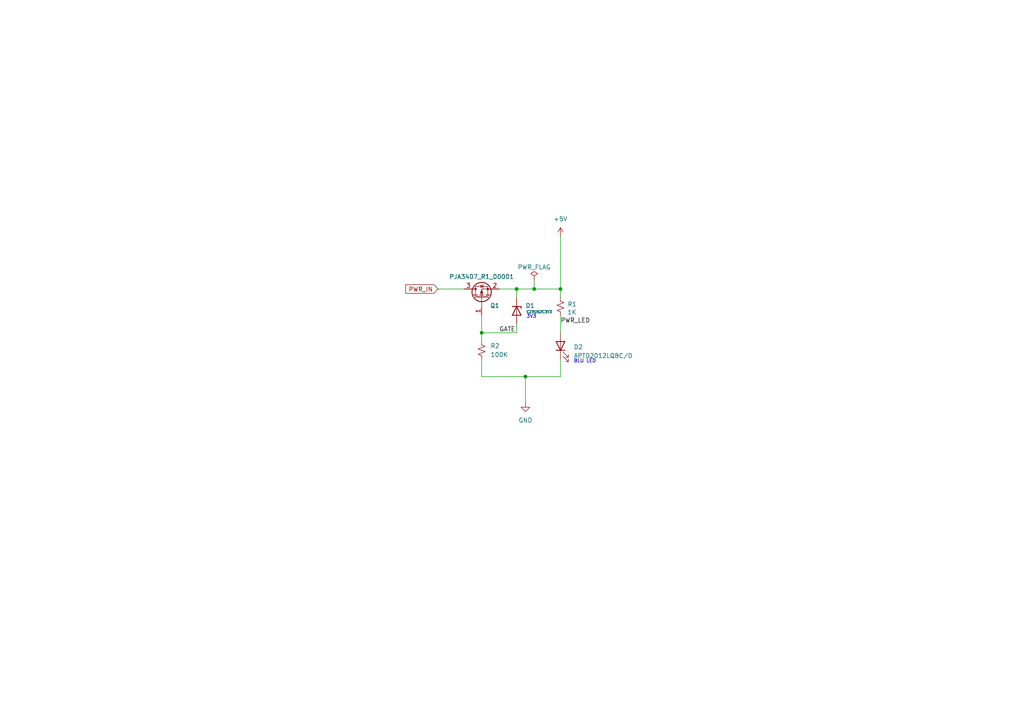
<source format=kicad_sch>
(kicad_sch (version 20230121) (generator eeschema)

  (uuid c83470a0-dfa6-4ed3-ab7c-9108af8d4149)

  (paper "A4")

  (title_block
    (title "M.E.S.S.I Basic")
    (date "2024-01-19")
    (rev "2")
    (company "Desert Shed Studio")
  )

  (lib_symbols
    (symbol "Device:D_Zener" (pin_numbers hide) (pin_names (offset 1.016) hide) (in_bom yes) (on_board yes)
      (property "Reference" "D" (at 0 2.54 0)
        (effects (font (size 1.27 1.27)))
      )
      (property "Value" "D_Zener" (at 0 -2.54 0)
        (effects (font (size 1.27 1.27)))
      )
      (property "Footprint" "" (at 0 0 0)
        (effects (font (size 1.27 1.27)) hide)
      )
      (property "Datasheet" "~" (at 0 0 0)
        (effects (font (size 1.27 1.27)) hide)
      )
      (property "ki_keywords" "diode" (at 0 0 0)
        (effects (font (size 1.27 1.27)) hide)
      )
      (property "ki_description" "Zener diode" (at 0 0 0)
        (effects (font (size 1.27 1.27)) hide)
      )
      (property "ki_fp_filters" "TO-???* *_Diode_* *SingleDiode* D_*" (at 0 0 0)
        (effects (font (size 1.27 1.27)) hide)
      )
      (symbol "D_Zener_0_1"
        (polyline
          (pts
            (xy 1.27 0)
            (xy -1.27 0)
          )
          (stroke (width 0) (type default))
          (fill (type none))
        )
        (polyline
          (pts
            (xy -1.27 -1.27)
            (xy -1.27 1.27)
            (xy -0.762 1.27)
          )
          (stroke (width 0.254) (type default))
          (fill (type none))
        )
        (polyline
          (pts
            (xy 1.27 -1.27)
            (xy 1.27 1.27)
            (xy -1.27 0)
            (xy 1.27 -1.27)
          )
          (stroke (width 0.254) (type default))
          (fill (type none))
        )
      )
      (symbol "D_Zener_1_1"
        (pin passive line (at -3.81 0 0) (length 2.54)
          (name "K" (effects (font (size 1.27 1.27))))
          (number "1" (effects (font (size 1.27 1.27))))
        )
        (pin passive line (at 3.81 0 180) (length 2.54)
          (name "A" (effects (font (size 1.27 1.27))))
          (number "2" (effects (font (size 1.27 1.27))))
        )
      )
    )
    (symbol "Device:LED" (pin_numbers hide) (pin_names (offset 1.016) hide) (in_bom yes) (on_board yes)
      (property "Reference" "D" (at 0 2.54 0)
        (effects (font (size 1.27 1.27)))
      )
      (property "Value" "LED" (at 0 -2.54 0)
        (effects (font (size 1.27 1.27)))
      )
      (property "Footprint" "" (at 0 0 0)
        (effects (font (size 1.27 1.27)) hide)
      )
      (property "Datasheet" "~" (at 0 0 0)
        (effects (font (size 1.27 1.27)) hide)
      )
      (property "ki_keywords" "LED diode" (at 0 0 0)
        (effects (font (size 1.27 1.27)) hide)
      )
      (property "ki_description" "Light emitting diode" (at 0 0 0)
        (effects (font (size 1.27 1.27)) hide)
      )
      (property "ki_fp_filters" "LED* LED_SMD:* LED_THT:*" (at 0 0 0)
        (effects (font (size 1.27 1.27)) hide)
      )
      (symbol "LED_0_1"
        (polyline
          (pts
            (xy -1.27 -1.27)
            (xy -1.27 1.27)
          )
          (stroke (width 0.254) (type default))
          (fill (type none))
        )
        (polyline
          (pts
            (xy -1.27 0)
            (xy 1.27 0)
          )
          (stroke (width 0) (type default))
          (fill (type none))
        )
        (polyline
          (pts
            (xy 1.27 -1.27)
            (xy 1.27 1.27)
            (xy -1.27 0)
            (xy 1.27 -1.27)
          )
          (stroke (width 0.254) (type default))
          (fill (type none))
        )
        (polyline
          (pts
            (xy -3.048 -0.762)
            (xy -4.572 -2.286)
            (xy -3.81 -2.286)
            (xy -4.572 -2.286)
            (xy -4.572 -1.524)
          )
          (stroke (width 0) (type default))
          (fill (type none))
        )
        (polyline
          (pts
            (xy -1.778 -0.762)
            (xy -3.302 -2.286)
            (xy -2.54 -2.286)
            (xy -3.302 -2.286)
            (xy -3.302 -1.524)
          )
          (stroke (width 0) (type default))
          (fill (type none))
        )
      )
      (symbol "LED_1_1"
        (pin passive line (at -3.81 0 0) (length 2.54)
          (name "K" (effects (font (size 1.27 1.27))))
          (number "1" (effects (font (size 1.27 1.27))))
        )
        (pin passive line (at 3.81 0 180) (length 2.54)
          (name "A" (effects (font (size 1.27 1.27))))
          (number "2" (effects (font (size 1.27 1.27))))
        )
      )
    )
    (symbol "Device:R_Small_US" (pin_numbers hide) (pin_names (offset 0.254) hide) (in_bom yes) (on_board yes)
      (property "Reference" "R" (at 0.762 0.508 0)
        (effects (font (size 1.27 1.27)) (justify left))
      )
      (property "Value" "R_Small_US" (at 0.762 -1.016 0)
        (effects (font (size 1.27 1.27)) (justify left))
      )
      (property "Footprint" "" (at 0 0 0)
        (effects (font (size 1.27 1.27)) hide)
      )
      (property "Datasheet" "~" (at 0 0 0)
        (effects (font (size 1.27 1.27)) hide)
      )
      (property "ki_keywords" "r resistor" (at 0 0 0)
        (effects (font (size 1.27 1.27)) hide)
      )
      (property "ki_description" "Resistor, small US symbol" (at 0 0 0)
        (effects (font (size 1.27 1.27)) hide)
      )
      (property "ki_fp_filters" "R_*" (at 0 0 0)
        (effects (font (size 1.27 1.27)) hide)
      )
      (symbol "R_Small_US_1_1"
        (polyline
          (pts
            (xy 0 0)
            (xy 1.016 -0.381)
            (xy 0 -0.762)
            (xy -1.016 -1.143)
            (xy 0 -1.524)
          )
          (stroke (width 0) (type default))
          (fill (type none))
        )
        (polyline
          (pts
            (xy 0 1.524)
            (xy 1.016 1.143)
            (xy 0 0.762)
            (xy -1.016 0.381)
            (xy 0 0)
          )
          (stroke (width 0) (type default))
          (fill (type none))
        )
        (pin passive line (at 0 2.54 270) (length 1.016)
          (name "~" (effects (font (size 1.27 1.27))))
          (number "1" (effects (font (size 1.27 1.27))))
        )
        (pin passive line (at 0 -2.54 90) (length 1.016)
          (name "~" (effects (font (size 1.27 1.27))))
          (number "2" (effects (font (size 1.27 1.27))))
        )
      )
    )
    (symbol "Transistor_FET:IRLML9301" (pin_names hide) (in_bom yes) (on_board yes)
      (property "Reference" "Q" (at 5.08 1.905 0)
        (effects (font (size 1.27 1.27)) (justify left))
      )
      (property "Value" "IRLML9301" (at 5.08 0 0)
        (effects (font (size 1.27 1.27)) (justify left))
      )
      (property "Footprint" "Package_TO_SOT_SMD:SOT-23" (at 5.08 -1.905 0)
        (effects (font (size 1.27 1.27) italic) (justify left) hide)
      )
      (property "Datasheet" "https://www.infineon.com/dgdl/irlml9301pbf.pdf?fileId=5546d462533600a401535668e5e42640" (at 0 0 0)
        (effects (font (size 1.27 1.27)) (justify left) hide)
      )
      (property "ki_keywords" "P-Channel HEXFET MOSFET Logic-Level" (at 0 0 0)
        (effects (font (size 1.27 1.27)) hide)
      )
      (property "ki_description" "-3.6A Id, -30V Vds, 64mOhm Rds, P-Channel HEXFET Power MOSFET, SOT-23" (at 0 0 0)
        (effects (font (size 1.27 1.27)) hide)
      )
      (property "ki_fp_filters" "SOT?23*" (at 0 0 0)
        (effects (font (size 1.27 1.27)) hide)
      )
      (symbol "IRLML9301_0_1"
        (polyline
          (pts
            (xy 0.254 0)
            (xy -2.54 0)
          )
          (stroke (width 0) (type default))
          (fill (type none))
        )
        (polyline
          (pts
            (xy 0.254 1.905)
            (xy 0.254 -1.905)
          )
          (stroke (width 0.254) (type default))
          (fill (type none))
        )
        (polyline
          (pts
            (xy 0.762 -1.27)
            (xy 0.762 -2.286)
          )
          (stroke (width 0.254) (type default))
          (fill (type none))
        )
        (polyline
          (pts
            (xy 0.762 0.508)
            (xy 0.762 -0.508)
          )
          (stroke (width 0.254) (type default))
          (fill (type none))
        )
        (polyline
          (pts
            (xy 0.762 2.286)
            (xy 0.762 1.27)
          )
          (stroke (width 0.254) (type default))
          (fill (type none))
        )
        (polyline
          (pts
            (xy 2.54 2.54)
            (xy 2.54 1.778)
          )
          (stroke (width 0) (type default))
          (fill (type none))
        )
        (polyline
          (pts
            (xy 2.54 -2.54)
            (xy 2.54 0)
            (xy 0.762 0)
          )
          (stroke (width 0) (type default))
          (fill (type none))
        )
        (polyline
          (pts
            (xy 0.762 1.778)
            (xy 3.302 1.778)
            (xy 3.302 -1.778)
            (xy 0.762 -1.778)
          )
          (stroke (width 0) (type default))
          (fill (type none))
        )
        (polyline
          (pts
            (xy 2.286 0)
            (xy 1.27 0.381)
            (xy 1.27 -0.381)
            (xy 2.286 0)
          )
          (stroke (width 0) (type default))
          (fill (type outline))
        )
        (polyline
          (pts
            (xy 2.794 -0.508)
            (xy 2.921 -0.381)
            (xy 3.683 -0.381)
            (xy 3.81 -0.254)
          )
          (stroke (width 0) (type default))
          (fill (type none))
        )
        (polyline
          (pts
            (xy 3.302 -0.381)
            (xy 2.921 0.254)
            (xy 3.683 0.254)
            (xy 3.302 -0.381)
          )
          (stroke (width 0) (type default))
          (fill (type none))
        )
        (circle (center 1.651 0) (radius 2.794)
          (stroke (width 0.254) (type default))
          (fill (type none))
        )
        (circle (center 2.54 -1.778) (radius 0.254)
          (stroke (width 0) (type default))
          (fill (type outline))
        )
        (circle (center 2.54 1.778) (radius 0.254)
          (stroke (width 0) (type default))
          (fill (type outline))
        )
      )
      (symbol "IRLML9301_1_1"
        (pin input line (at -5.08 0 0) (length 2.54)
          (name "G" (effects (font (size 1.27 1.27))))
          (number "1" (effects (font (size 1.27 1.27))))
        )
        (pin passive line (at 2.54 -5.08 90) (length 2.54)
          (name "S" (effects (font (size 1.27 1.27))))
          (number "2" (effects (font (size 1.27 1.27))))
        )
        (pin passive line (at 2.54 5.08 270) (length 2.54)
          (name "D" (effects (font (size 1.27 1.27))))
          (number "3" (effects (font (size 1.27 1.27))))
        )
      )
    )
    (symbol "power:+5V" (power) (pin_names (offset 0)) (in_bom yes) (on_board yes)
      (property "Reference" "#PWR" (at 0 -3.81 0)
        (effects (font (size 1.27 1.27)) hide)
      )
      (property "Value" "+5V" (at 0 3.556 0)
        (effects (font (size 1.27 1.27)))
      )
      (property "Footprint" "" (at 0 0 0)
        (effects (font (size 1.27 1.27)) hide)
      )
      (property "Datasheet" "" (at 0 0 0)
        (effects (font (size 1.27 1.27)) hide)
      )
      (property "ki_keywords" "global power" (at 0 0 0)
        (effects (font (size 1.27 1.27)) hide)
      )
      (property "ki_description" "Power symbol creates a global label with name \"+5V\"" (at 0 0 0)
        (effects (font (size 1.27 1.27)) hide)
      )
      (symbol "+5V_0_1"
        (polyline
          (pts
            (xy -0.762 1.27)
            (xy 0 2.54)
          )
          (stroke (width 0) (type default))
          (fill (type none))
        )
        (polyline
          (pts
            (xy 0 0)
            (xy 0 2.54)
          )
          (stroke (width 0) (type default))
          (fill (type none))
        )
        (polyline
          (pts
            (xy 0 2.54)
            (xy 0.762 1.27)
          )
          (stroke (width 0) (type default))
          (fill (type none))
        )
      )
      (symbol "+5V_1_1"
        (pin power_in line (at 0 0 90) (length 0) hide
          (name "+5V" (effects (font (size 1.27 1.27))))
          (number "1" (effects (font (size 1.27 1.27))))
        )
      )
    )
    (symbol "power:GND" (power) (pin_names (offset 0)) (in_bom yes) (on_board yes)
      (property "Reference" "#PWR" (at 0 -6.35 0)
        (effects (font (size 1.27 1.27)) hide)
      )
      (property "Value" "GND" (at 0 -3.81 0)
        (effects (font (size 1.27 1.27)))
      )
      (property "Footprint" "" (at 0 0 0)
        (effects (font (size 1.27 1.27)) hide)
      )
      (property "Datasheet" "" (at 0 0 0)
        (effects (font (size 1.27 1.27)) hide)
      )
      (property "ki_keywords" "global power" (at 0 0 0)
        (effects (font (size 1.27 1.27)) hide)
      )
      (property "ki_description" "Power symbol creates a global label with name \"GND\" , ground" (at 0 0 0)
        (effects (font (size 1.27 1.27)) hide)
      )
      (symbol "GND_0_1"
        (polyline
          (pts
            (xy 0 0)
            (xy 0 -1.27)
            (xy 1.27 -1.27)
            (xy 0 -2.54)
            (xy -1.27 -1.27)
            (xy 0 -1.27)
          )
          (stroke (width 0) (type default))
          (fill (type none))
        )
      )
      (symbol "GND_1_1"
        (pin power_in line (at 0 0 270) (length 0) hide
          (name "GND" (effects (font (size 1.27 1.27))))
          (number "1" (effects (font (size 1.27 1.27))))
        )
      )
    )
    (symbol "power:PWR_FLAG" (power) (pin_numbers hide) (pin_names (offset 0) hide) (in_bom yes) (on_board yes)
      (property "Reference" "#FLG" (at 0 1.905 0)
        (effects (font (size 1.27 1.27)) hide)
      )
      (property "Value" "PWR_FLAG" (at 0 3.81 0)
        (effects (font (size 1.27 1.27)))
      )
      (property "Footprint" "" (at 0 0 0)
        (effects (font (size 1.27 1.27)) hide)
      )
      (property "Datasheet" "~" (at 0 0 0)
        (effects (font (size 1.27 1.27)) hide)
      )
      (property "ki_keywords" "flag power" (at 0 0 0)
        (effects (font (size 1.27 1.27)) hide)
      )
      (property "ki_description" "Special symbol for telling ERC where power comes from" (at 0 0 0)
        (effects (font (size 1.27 1.27)) hide)
      )
      (symbol "PWR_FLAG_0_0"
        (pin power_out line (at 0 0 90) (length 0)
          (name "pwr" (effects (font (size 1.27 1.27))))
          (number "1" (effects (font (size 1.27 1.27))))
        )
      )
      (symbol "PWR_FLAG_0_1"
        (polyline
          (pts
            (xy 0 0)
            (xy 0 1.27)
            (xy -1.016 1.905)
            (xy 0 2.54)
            (xy 1.016 1.905)
            (xy 0 1.27)
          )
          (stroke (width 0) (type default))
          (fill (type none))
        )
      )
    )
  )

  (junction (at 152.4 109.22) (diameter 0) (color 0 0 0 0)
    (uuid 2df602a5-047c-46ba-8c1b-66d314986361)
  )
  (junction (at 154.94 83.82) (diameter 0) (color 0 0 0 0)
    (uuid 6967bb68-cc1d-441d-b2e5-7211a31ba433)
  )
  (junction (at 139.7 96.52) (diameter 0) (color 0 0 0 0)
    (uuid 9178d8d0-84cf-4651-b320-9a732afaed5b)
  )
  (junction (at 162.56 83.82) (diameter 0) (color 0 0 0 0)
    (uuid 94615d1b-4346-40f8-bf8b-638335e57fd6)
  )
  (junction (at 149.86 83.82) (diameter 0) (color 0 0 0 0)
    (uuid f6fc78b2-41b6-41ef-8efb-236cba31e7cd)
  )

  (wire (pts (xy 149.86 83.82) (xy 154.94 83.82))
    (stroke (width 0) (type default))
    (uuid 23a0f783-cf94-4361-bbc7-c9215a53b26e)
  )
  (wire (pts (xy 144.78 83.82) (xy 149.86 83.82))
    (stroke (width 0) (type default))
    (uuid 4271a7f8-f548-42a6-8a16-1967a217c4d9)
  )
  (wire (pts (xy 149.86 96.52) (xy 139.7 96.52))
    (stroke (width 0) (type default))
    (uuid 64f91973-32ec-4b59-bfe4-334c925ce07a)
  )
  (wire (pts (xy 162.56 91.44) (xy 162.56 96.52))
    (stroke (width 0) (type default))
    (uuid 7d6f17bf-1fe4-449c-a912-7c2e1a4a44a0)
  )
  (wire (pts (xy 139.7 91.44) (xy 139.7 96.52))
    (stroke (width 0) (type default))
    (uuid 839d350a-b700-4a5e-978e-b1b434213b90)
  )
  (wire (pts (xy 139.7 104.14) (xy 139.7 109.22))
    (stroke (width 0) (type default))
    (uuid 9006b202-c1c5-4ac7-9364-0308280f0c31)
  )
  (wire (pts (xy 149.86 93.98) (xy 149.86 96.52))
    (stroke (width 0) (type default))
    (uuid a1bf00a8-3a9f-4ffc-9ae5-3fe0600c1832)
  )
  (wire (pts (xy 152.4 109.22) (xy 162.56 109.22))
    (stroke (width 0) (type default))
    (uuid add4f67f-6d5a-48ee-ab8c-d49ea0e457c1)
  )
  (wire (pts (xy 149.86 83.82) (xy 149.86 86.36))
    (stroke (width 0) (type default))
    (uuid af27b0ee-01fc-4ab7-8fa1-8767b4c33294)
  )
  (wire (pts (xy 127 83.82) (xy 134.62 83.82))
    (stroke (width 0) (type default))
    (uuid bd0b0b32-33d9-45d1-ba24-0b510e293a7e)
  )
  (wire (pts (xy 162.56 109.22) (xy 162.56 104.14))
    (stroke (width 0) (type default))
    (uuid c0a3a9d2-8a40-42ca-8022-63e140e664fe)
  )
  (wire (pts (xy 154.94 81.28) (xy 154.94 83.82))
    (stroke (width 0) (type default))
    (uuid c61fee8c-8118-4e29-92d0-3584214a3553)
  )
  (wire (pts (xy 139.7 109.22) (xy 152.4 109.22))
    (stroke (width 0) (type default))
    (uuid d16d47d1-32b2-4e76-a365-d32281f380f7)
  )
  (wire (pts (xy 162.56 68.58) (xy 162.56 83.82))
    (stroke (width 0) (type default))
    (uuid d2878c71-feca-49dc-83c8-2a0e8407267a)
  )
  (wire (pts (xy 139.7 96.52) (xy 139.7 99.06))
    (stroke (width 0) (type default))
    (uuid d4a1ce17-295e-4770-9521-3fd5df4ef6a0)
  )
  (wire (pts (xy 162.56 83.82) (xy 162.56 86.36))
    (stroke (width 0) (type default))
    (uuid d93c8838-dd9d-4eb3-b790-03c6b181719f)
  )
  (wire (pts (xy 152.4 116.84) (xy 152.4 109.22))
    (stroke (width 0) (type default))
    (uuid dbfecf23-d630-45a7-8319-5595646be67c)
  )
  (wire (pts (xy 154.94 83.82) (xy 162.56 83.82))
    (stroke (width 0) (type default))
    (uuid e8b74e5b-d51f-4b94-a032-147159a74387)
  )

  (text "3V3" (at 152.654 92.456 0)
    (effects (font (size 1 1)) (justify left bottom))
    (uuid 76153fb1-78a5-405c-b0b8-b3116b2a3550)
  )
  (text "BLU LED\n" (at 166.37 105.41 0)
    (effects (font (size 1 1)) (justify left bottom))
    (uuid f66ff663-2005-47c9-859f-0e10082dd83d)
  )

  (label "PWR_LED" (at 162.56 93.98 0) (fields_autoplaced)
    (effects (font (size 1.27 1.27)) (justify left bottom))
    (uuid 3af570f1-8611-450b-a2da-e7fadc54ec27)
  )
  (label "GATE" (at 144.78 96.52 0) (fields_autoplaced)
    (effects (font (size 1.27 1.27)) (justify left bottom))
    (uuid cf303ccd-afb0-4b9c-88ea-73d072e162bd)
  )

  (global_label "PWR_IN" (shape input) (at 127 83.82 180) (fields_autoplaced)
    (effects (font (size 1.27 1.27)) (justify right))
    (uuid 7d0e26b4-461d-4c85-b28c-40410e98d47a)
    (property "Intersheetrefs" "${INTERSHEET_REFS}" (at 117.1999 83.82 0)
      (effects (font (size 1.27 1.27)) (justify right) hide)
    )
  )

  (symbol (lib_id "power:+5V") (at 162.56 68.58 0) (unit 1)
    (in_bom yes) (on_board yes) (dnp no) (fields_autoplaced)
    (uuid 0f01f619-993b-4033-8893-b9aa151fb660)
    (property "Reference" "#PWR01" (at 162.56 72.39 0)
      (effects (font (size 1.27 1.27)) hide)
    )
    (property "Value" "+5V" (at 162.56 63.5 0)
      (effects (font (size 1.27 1.27)))
    )
    (property "Footprint" "" (at 162.56 68.58 0)
      (effects (font (size 1.27 1.27)) hide)
    )
    (property "Datasheet" "" (at 162.56 68.58 0)
      (effects (font (size 1.27 1.27)) hide)
    )
    (pin "1" (uuid 627330e6-5966-40b5-9784-799d4beb204d))
    (instances
      (project "M.E.S.S.I Basic"
        (path "/0f80d380-865a-4d3e-97a4-ceb95fb0399b/f2065de0-7868-4a13-844d-bbbd5698f264"
          (reference "#PWR01") (unit 1)
        )
      )
      (project "M.E.S.S.I Board"
        (path "/75d51de8-0ecc-435d-842c-0352fdc38aee/0ea2bd56-9708-4f68-a229-33f9233e04db"
          (reference "#PWR02") (unit 1)
        )
      )
      (project "MESSI"
        (path "/e63e39d7-6ac0-4ffd-8aa3-1841a4541b55"
          (reference "#PWR?") (unit 1)
        )
      )
    )
  )

  (symbol (lib_id "Device:R_Small_US") (at 162.56 88.9 0) (unit 1)
    (in_bom yes) (on_board yes) (dnp no)
    (uuid 51ae03a0-2e84-443c-8f16-7e3d1a83e529)
    (property "Reference" "R1" (at 164.592 88.2396 0)
      (effects (font (size 1.27 1.27)) (justify left))
    )
    (property "Value" "1K" (at 164.5412 90.5764 0)
      (effects (font (size 1.27 1.27)) (justify left))
    )
    (property "Footprint" "Resistor_SMD:R_0603_1608Metric" (at 162.56 88.9 0)
      (effects (font (size 1.27 1.27)) hide)
    )
    (property "Datasheet" "~" (at 162.56 88.9 0)
      (effects (font (size 1.27 1.27)) hide)
    )
    (pin "1" (uuid feb80c3c-240e-4460-a7d8-88a450782299))
    (pin "2" (uuid 358494f7-2597-4b37-b9fc-93c66b4ff8b0))
    (instances
      (project "M.E.S.S.I Basic"
        (path "/0f80d380-865a-4d3e-97a4-ceb95fb0399b/f2065de0-7868-4a13-844d-bbbd5698f264"
          (reference "R1") (unit 1)
        )
      )
      (project "M.E.S.S.I Board"
        (path "/75d51de8-0ecc-435d-842c-0352fdc38aee/0ea2bd56-9708-4f68-a229-33f9233e04db"
          (reference "R6") (unit 1)
        )
      )
      (project "MESSI"
        (path "/e63e39d7-6ac0-4ffd-8aa3-1841a4541b55"
          (reference "R?") (unit 1)
        )
      )
    )
  )

  (symbol (lib_id "Device:R_Small_US") (at 139.7 101.6 0) (unit 1)
    (in_bom yes) (on_board yes) (dnp no) (fields_autoplaced)
    (uuid 54985205-a2f6-40e5-9f3e-bca6f69dff79)
    (property "Reference" "R2" (at 142.24 100.3299 0)
      (effects (font (size 1.27 1.27)) (justify left))
    )
    (property "Value" "100K" (at 142.24 102.8699 0)
      (effects (font (size 1.27 1.27)) (justify left))
    )
    (property "Footprint" "Resistor_SMD:R_0603_1608Metric" (at 139.7 101.6 0)
      (effects (font (size 1.27 1.27)) hide)
    )
    (property "Datasheet" "~" (at 139.7 101.6 0)
      (effects (font (size 1.27 1.27)) hide)
    )
    (pin "1" (uuid 650f9682-030b-4147-81e2-13dc654a2aed))
    (pin "2" (uuid 581d9872-1314-4b6f-a8c2-5786cae15afb))
    (instances
      (project "M.E.S.S.I Basic"
        (path "/0f80d380-865a-4d3e-97a4-ceb95fb0399b/f2065de0-7868-4a13-844d-bbbd5698f264"
          (reference "R2") (unit 1)
        )
      )
      (project "M.E.S.S.I Board"
        (path "/75d51de8-0ecc-435d-842c-0352fdc38aee/0ea2bd56-9708-4f68-a229-33f9233e04db"
          (reference "R1") (unit 1)
        )
      )
      (project "MESSI"
        (path "/e63e39d7-6ac0-4ffd-8aa3-1841a4541b55"
          (reference "R?") (unit 1)
        )
      )
    )
  )

  (symbol (lib_id "Transistor_FET:IRLML9301") (at 139.7 86.36 90) (unit 1)
    (in_bom yes) (on_board yes) (dnp no)
    (uuid 70f1bf7c-c4dd-4152-9294-11d674e2c7a9)
    (property "Reference" "Q1" (at 143.51 88.646 90)
      (effects (font (size 1.27 1.27)))
    )
    (property "Value" "PJA3407_R1_00001" (at 139.7 80.264 90)
      (effects (font (size 1.27 1.27)))
    )
    (property "Footprint" "Package_TO_SOT_SMD:SOT-23" (at 141.605 81.28 0)
      (effects (font (size 1.27 1.27) italic) (justify left) hide)
    )
    (property "Datasheet" "https://www.infineon.com/dgdl/irlml9301pbf.pdf?fileId=5546d462533600a401535668e5e42640" (at 139.7 86.36 0)
      (effects (font (size 1.27 1.27)) (justify left) hide)
    )
    (pin "1" (uuid bd8d601c-1804-4a4c-a0d0-b227737dc605))
    (pin "2" (uuid 794bf9be-718a-4180-8cc2-fd281b6a97d1))
    (pin "3" (uuid bed67cb4-4868-40e1-8e8a-289bc2429fdc))
    (instances
      (project "M.E.S.S.I Basic"
        (path "/0f80d380-865a-4d3e-97a4-ceb95fb0399b/f2065de0-7868-4a13-844d-bbbd5698f264"
          (reference "Q1") (unit 1)
        )
      )
      (project "M.E.S.S.I Board"
        (path "/75d51de8-0ecc-435d-842c-0352fdc38aee/0ea2bd56-9708-4f68-a229-33f9233e04db"
          (reference "Q1") (unit 1)
        )
      )
      (project "MESSI"
        (path "/e63e39d7-6ac0-4ffd-8aa3-1841a4541b55"
          (reference "Q?") (unit 1)
        )
      )
    )
  )

  (symbol (lib_id "Device:LED") (at 162.56 100.33 90) (unit 1)
    (in_bom yes) (on_board yes) (dnp no)
    (uuid 8818158a-5092-4c72-8625-6e4daa624e9f)
    (property "Reference" "D2" (at 166.37 100.6474 90)
      (effects (font (size 1.27 1.27)) (justify right))
    )
    (property "Value" "APTD2012LQBC/D" (at 166.37 103.1874 90)
      (effects (font (size 1.27 1.27)) (justify right))
    )
    (property "Footprint" "LED_SMD:LED_0805_2012Metric" (at 162.56 100.33 0)
      (effects (font (size 1.27 1.27)) hide)
    )
    (property "Datasheet" "~" (at 162.56 100.33 0)
      (effects (font (size 1.27 1.27)) hide)
    )
    (pin "1" (uuid 95f01c59-b61e-48f7-b4b8-41d86b598809))
    (pin "2" (uuid 5d032ac6-c1f1-4c87-89de-41b4b7cc57dd))
    (instances
      (project "M.E.S.S.I Basic"
        (path "/0f80d380-865a-4d3e-97a4-ceb95fb0399b/f2065de0-7868-4a13-844d-bbbd5698f264"
          (reference "D2") (unit 1)
        )
      )
      (project "M.E.S.S.I Board"
        (path "/75d51de8-0ecc-435d-842c-0352fdc38aee/0ea2bd56-9708-4f68-a229-33f9233e04db"
          (reference "D2") (unit 1)
        )
      )
      (project "MESSI"
        (path "/e63e39d7-6ac0-4ffd-8aa3-1841a4541b55"
          (reference "D?") (unit 1)
        )
      )
    )
  )

  (symbol (lib_id "Device:D_Zener") (at 149.86 90.17 270) (unit 1)
    (in_bom yes) (on_board yes) (dnp no)
    (uuid 887c6b7e-1755-427b-9a33-add484aba8a6)
    (property "Reference" "D1" (at 152.4 88.646 90)
      (effects (font (size 1.27 1.27)) (justify left))
    )
    (property "Value" "CZRU52C3V3" (at 152.654 90.424 90)
      (effects (font (size 0.762 0.762)) (justify left))
    )
    (property "Footprint" "Diode_SMD:D_0603_1608Metric" (at 149.86 90.17 0)
      (effects (font (size 1.27 1.27)) hide)
    )
    (property "Datasheet" "~" (at 149.86 90.17 0)
      (effects (font (size 1.27 1.27)) hide)
    )
    (pin "1" (uuid 637aba08-0e15-4bdf-95e8-265b5ec2186e))
    (pin "2" (uuid 9414a7e5-a4d6-4ed6-979c-0e5c49334791))
    (instances
      (project "M.E.S.S.I Basic"
        (path "/0f80d380-865a-4d3e-97a4-ceb95fb0399b/f2065de0-7868-4a13-844d-bbbd5698f264"
          (reference "D1") (unit 1)
        )
      )
      (project "M.E.S.S.I Board"
        (path "/75d51de8-0ecc-435d-842c-0352fdc38aee/0ea2bd56-9708-4f68-a229-33f9233e04db"
          (reference "D1") (unit 1)
        )
      )
      (project "MESSI"
        (path "/e63e39d7-6ac0-4ffd-8aa3-1841a4541b55"
          (reference "D?") (unit 1)
        )
      )
    )
  )

  (symbol (lib_id "power:PWR_FLAG") (at 154.94 81.28 0) (unit 1)
    (in_bom yes) (on_board yes) (dnp no) (fields_autoplaced)
    (uuid b62162e6-4464-401d-bfb1-6de9487c32d7)
    (property "Reference" "#FLG01" (at 154.94 79.375 0)
      (effects (font (size 1.27 1.27)) hide)
    )
    (property "Value" "PWR_FLAG" (at 154.94 77.47 0)
      (effects (font (size 1.27 1.27)))
    )
    (property "Footprint" "" (at 154.94 81.28 0)
      (effects (font (size 1.27 1.27)) hide)
    )
    (property "Datasheet" "~" (at 154.94 81.28 0)
      (effects (font (size 1.27 1.27)) hide)
    )
    (pin "1" (uuid 7b06cfad-7258-4c5c-8745-2a86117677cb))
    (instances
      (project "M.E.S.S.I Basic"
        (path "/0f80d380-865a-4d3e-97a4-ceb95fb0399b/f2065de0-7868-4a13-844d-bbbd5698f264"
          (reference "#FLG01") (unit 1)
        )
      )
    )
  )

  (symbol (lib_id "power:GND") (at 152.4 116.84 0) (unit 1)
    (in_bom yes) (on_board yes) (dnp no) (fields_autoplaced)
    (uuid c53c1592-da46-40c7-bce1-1041c7643faa)
    (property "Reference" "#PWR02" (at 152.4 123.19 0)
      (effects (font (size 1.27 1.27)) hide)
    )
    (property "Value" "GND" (at 152.4 121.92 0)
      (effects (font (size 1.27 1.27)))
    )
    (property "Footprint" "" (at 152.4 116.84 0)
      (effects (font (size 1.27 1.27)) hide)
    )
    (property "Datasheet" "" (at 152.4 116.84 0)
      (effects (font (size 1.27 1.27)) hide)
    )
    (pin "1" (uuid aa7a599f-a2c3-4e77-8bb8-f4fe8a44022a))
    (instances
      (project "M.E.S.S.I Basic"
        (path "/0f80d380-865a-4d3e-97a4-ceb95fb0399b/f2065de0-7868-4a13-844d-bbbd5698f264"
          (reference "#PWR02") (unit 1)
        )
      )
      (project "M.E.S.S.I Board"
        (path "/75d51de8-0ecc-435d-842c-0352fdc38aee/0ea2bd56-9708-4f68-a229-33f9233e04db"
          (reference "#PWR01") (unit 1)
        )
      )
      (project "MESSI"
        (path "/e63e39d7-6ac0-4ffd-8aa3-1841a4541b55"
          (reference "#PWR?") (unit 1)
        )
      )
    )
  )
)

</source>
